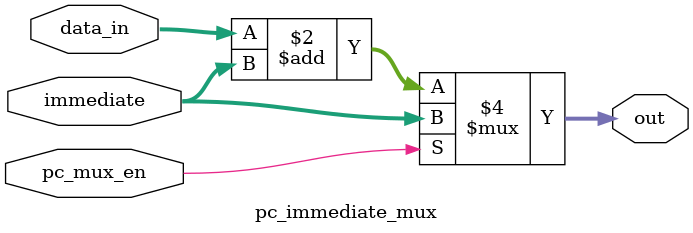
<source format=v>
module pc_immediate_mux(immediate, pc_mux_en, data_in, out);

input [9:0] immediate; // some immediate jump instruction / displacement
input pc_mux_en;       // eng
input [9:0] data_in;  // bram
output reg [9:0] out; // goes into pc




always @(pc_mux_en, immediate, data_in) begin
	// If control is present, Select the program counter + displacement
	if(pc_mux_en) begin
		out = immediate; //Address for memory
	end
	// Else, Select program counter +1
	else begin
		out = data_in + immediate; // PC + Displacement
	end
		
		
end
endmodule

</source>
